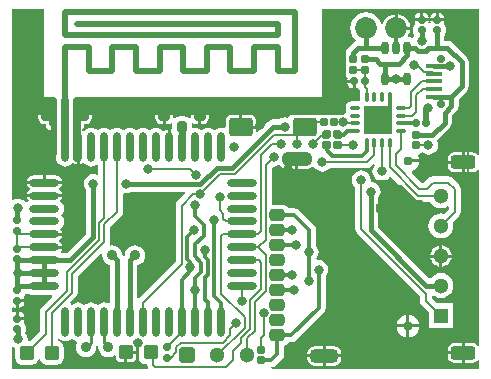
<source format=gtl>
%FSLAX44Y44*%
%MOMM*%
G71*
G01*
G75*
G04 Layer_Physical_Order=1*
G04 Layer_Color=191*
G04:AMPARAMS|DCode=10|XSize=0.7mm|YSize=2.5mm|CornerRadius=0.175mm|HoleSize=0mm|Usage=FLASHONLY|Rotation=0.000|XOffset=0mm|YOffset=0mm|HoleType=Round|Shape=RoundedRectangle|*
%AMROUNDEDRECTD10*
21,1,0.7000,2.1500,0,0,0.0*
21,1,0.3500,2.5000,0,0,0.0*
1,1,0.3500,0.1750,-1.0750*
1,1,0.3500,-0.1750,-1.0750*
1,1,0.3500,-0.1750,1.0750*
1,1,0.3500,0.1750,1.0750*
%
%ADD10ROUNDEDRECTD10*%
G04:AMPARAMS|DCode=11|XSize=0.67mm|YSize=0.67mm|CornerRadius=0.1508mm|HoleSize=0mm|Usage=FLASHONLY|Rotation=90.000|XOffset=0mm|YOffset=0mm|HoleType=Round|Shape=RoundedRectangle|*
%AMROUNDEDRECTD11*
21,1,0.6700,0.3685,0,0,90.0*
21,1,0.3685,0.6700,0,0,90.0*
1,1,0.3015,0.1843,0.1843*
1,1,0.3015,0.1843,-0.1843*
1,1,0.3015,-0.1843,-0.1843*
1,1,0.3015,-0.1843,0.1843*
%
%ADD11ROUNDEDRECTD11*%
G04:AMPARAMS|DCode=12|XSize=0.67mm|YSize=0.67mm|CornerRadius=0.1508mm|HoleSize=0mm|Usage=FLASHONLY|Rotation=180.000|XOffset=0mm|YOffset=0mm|HoleType=Round|Shape=RoundedRectangle|*
%AMROUNDEDRECTD12*
21,1,0.6700,0.3685,0,0,180.0*
21,1,0.3685,0.6700,0,0,180.0*
1,1,0.3015,-0.1843,0.1843*
1,1,0.3015,0.1843,0.1843*
1,1,0.3015,0.1843,-0.1843*
1,1,0.3015,-0.1843,-0.1843*
%
%ADD12ROUNDEDRECTD12*%
G04:AMPARAMS|DCode=13|XSize=0.62mm|YSize=0.62mm|CornerRadius=0.1488mm|HoleSize=0mm|Usage=FLASHONLY|Rotation=270.000|XOffset=0mm|YOffset=0mm|HoleType=Round|Shape=RoundedRectangle|*
%AMROUNDEDRECTD13*
21,1,0.6200,0.3224,0,0,270.0*
21,1,0.3224,0.6200,0,0,270.0*
1,1,0.2976,-0.1612,-0.1612*
1,1,0.2976,-0.1612,0.1612*
1,1,0.2976,0.1612,0.1612*
1,1,0.2976,0.1612,-0.1612*
%
%ADD13ROUNDEDRECTD13*%
%ADD14R,1.4000X0.4000*%
%ADD15R,1.9000X1.8000*%
G04:AMPARAMS|DCode=16|XSize=2.35mm|YSize=1.15mm|CornerRadius=0.3852mm|HoleSize=0mm|Usage=FLASHONLY|Rotation=180.000|XOffset=0mm|YOffset=0mm|HoleType=Round|Shape=RoundedRectangle|*
%AMROUNDEDRECTD16*
21,1,2.3500,0.3795,0,0,180.0*
21,1,1.5795,1.1500,0,0,180.0*
1,1,0.7705,-0.7897,0.1898*
1,1,0.7705,0.7897,0.1898*
1,1,0.7705,0.7897,-0.1898*
1,1,0.7705,-0.7897,-0.1898*
%
%ADD16ROUNDEDRECTD16*%
G04:AMPARAMS|DCode=17|XSize=1.3mm|YSize=1mm|CornerRadius=0.25mm|HoleSize=0mm|Usage=FLASHONLY|Rotation=180.000|XOffset=0mm|YOffset=0mm|HoleType=Round|Shape=RoundedRectangle|*
%AMROUNDEDRECTD17*
21,1,1.3000,0.5000,0,0,180.0*
21,1,0.8000,1.0000,0,0,180.0*
1,1,0.5000,-0.4000,0.2500*
1,1,0.5000,0.4000,0.2500*
1,1,0.5000,0.4000,-0.2500*
1,1,0.5000,-0.4000,-0.2500*
%
%ADD17ROUNDEDRECTD17*%
G04:AMPARAMS|DCode=18|XSize=2.5mm|YSize=1.15mm|CornerRadius=0.3852mm|HoleSize=0mm|Usage=FLASHONLY|Rotation=180.000|XOffset=0mm|YOffset=0mm|HoleType=Round|Shape=RoundedRectangle|*
%AMROUNDEDRECTD18*
21,1,2.5000,0.3795,0,0,180.0*
21,1,1.7295,1.1500,0,0,180.0*
1,1,0.7705,-0.8648,0.1898*
1,1,0.7705,0.8648,0.1898*
1,1,0.7705,0.8648,-0.1898*
1,1,0.7705,-0.8648,-0.1898*
%
%ADD18ROUNDEDRECTD18*%
G04:AMPARAMS|DCode=19|XSize=1.1mm|YSize=0.6mm|CornerRadius=0.201mm|HoleSize=0mm|Usage=FLASHONLY|Rotation=270.000|XOffset=0mm|YOffset=0mm|HoleType=Round|Shape=RoundedRectangle|*
%AMROUNDEDRECTD19*
21,1,1.1000,0.1980,0,0,270.0*
21,1,0.6980,0.6000,0,0,270.0*
1,1,0.4020,-0.0990,-0.3490*
1,1,0.4020,-0.0990,0.3490*
1,1,0.4020,0.0990,0.3490*
1,1,0.4020,0.0990,-0.3490*
%
%ADD19ROUNDEDRECTD19*%
G04:AMPARAMS|DCode=20|XSize=0.62mm|YSize=0.62mm|CornerRadius=0.1488mm|HoleSize=0mm|Usage=FLASHONLY|Rotation=180.000|XOffset=0mm|YOffset=0mm|HoleType=Round|Shape=RoundedRectangle|*
%AMROUNDEDRECTD20*
21,1,0.6200,0.3224,0,0,180.0*
21,1,0.3224,0.6200,0,0,180.0*
1,1,0.2976,-0.1612,0.1612*
1,1,0.2976,0.1612,0.1612*
1,1,0.2976,0.1612,-0.1612*
1,1,0.2976,-0.1612,-0.1612*
%
%ADD20ROUNDEDRECTD20*%
G04:AMPARAMS|DCode=21|XSize=1mm|YSize=2mm|CornerRadius=0.25mm|HoleSize=0mm|Usage=FLASHONLY|Rotation=0.000|XOffset=0mm|YOffset=0mm|HoleType=Round|Shape=RoundedRectangle|*
%AMROUNDEDRECTD21*
21,1,1.0000,1.5000,0,0,0.0*
21,1,0.5000,2.0000,0,0,0.0*
1,1,0.5000,0.2500,-0.7500*
1,1,0.5000,-0.2500,-0.7500*
1,1,0.5000,-0.2500,0.7500*
1,1,0.5000,0.2500,0.7500*
%
%ADD21ROUNDEDRECTD21*%
G04:AMPARAMS|DCode=22|XSize=0.7mm|YSize=1mm|CornerRadius=0.175mm|HoleSize=0mm|Usage=FLASHONLY|Rotation=180.000|XOffset=0mm|YOffset=0mm|HoleType=Round|Shape=RoundedRectangle|*
%AMROUNDEDRECTD22*
21,1,0.7000,0.6500,0,0,180.0*
21,1,0.3500,1.0000,0,0,180.0*
1,1,0.3500,-0.1750,0.3250*
1,1,0.3500,0.1750,0.3250*
1,1,0.3500,0.1750,-0.3250*
1,1,0.3500,-0.1750,-0.3250*
%
%ADD22ROUNDEDRECTD22*%
G04:AMPARAMS|DCode=23|XSize=0.8mm|YSize=1mm|CornerRadius=0.2mm|HoleSize=0mm|Usage=FLASHONLY|Rotation=180.000|XOffset=0mm|YOffset=0mm|HoleType=Round|Shape=RoundedRectangle|*
%AMROUNDEDRECTD23*
21,1,0.8000,0.6000,0,0,180.0*
21,1,0.4000,1.0000,0,0,180.0*
1,1,0.4000,-0.2000,0.3000*
1,1,0.4000,0.2000,0.3000*
1,1,0.4000,0.2000,-0.3000*
1,1,0.4000,-0.2000,-0.3000*
%
%ADD23ROUNDEDRECTD23*%
%ADD24O,0.7000X2.5000*%
%ADD25O,2.5000X0.7000*%
G04:AMPARAMS|DCode=26|XSize=1.2mm|YSize=1.2mm|CornerRadius=0.198mm|HoleSize=0mm|Usage=FLASHONLY|Rotation=180.000|XOffset=0mm|YOffset=0mm|HoleType=Round|Shape=RoundedRectangle|*
%AMROUNDEDRECTD26*
21,1,1.2000,0.8040,0,0,180.0*
21,1,0.8040,1.2000,0,0,180.0*
1,1,0.3960,-0.4020,0.4020*
1,1,0.3960,0.4020,0.4020*
1,1,0.3960,0.4020,-0.4020*
1,1,0.3960,-0.4020,-0.4020*
%
%ADD26ROUNDEDRECTD26*%
G04:AMPARAMS|DCode=27|XSize=1.6mm|YSize=2mm|CornerRadius=0.248mm|HoleSize=0mm|Usage=FLASHONLY|Rotation=90.000|XOffset=0mm|YOffset=0mm|HoleType=Round|Shape=RoundedRectangle|*
%AMROUNDEDRECTD27*
21,1,1.6000,1.5040,0,0,90.0*
21,1,1.1040,2.0000,0,0,90.0*
1,1,0.4960,0.7520,0.5520*
1,1,0.4960,0.7520,-0.5520*
1,1,0.4960,-0.7520,-0.5520*
1,1,0.4960,-0.7520,0.5520*
%
%ADD27ROUNDEDRECTD27*%
%ADD28O,0.3000X0.9000*%
%ADD29O,0.9000X0.3000*%
%ADD30R,2.4000X2.4000*%
%ADD31C,0.5000*%
%ADD32C,0.3000*%
%ADD33C,0.2000*%
%ADD34C,0.4000*%
%ADD35C,0.7000*%
%ADD36C,0.3500*%
%ADD37C,0.6000*%
%ADD38C,0.2500*%
%ADD39C,0.7000*%
G04:AMPARAMS|DCode=40|XSize=1.15mm|YSize=2.1mm|CornerRadius=0.2875mm|HoleSize=0mm|Usage=FLASHONLY|Rotation=90.000|XOffset=0mm|YOffset=0mm|HoleType=Round|Shape=RoundedRectangle|*
%AMROUNDEDRECTD40*
21,1,1.1500,1.5250,0,0,90.0*
21,1,0.5750,2.1000,0,0,90.0*
1,1,0.5750,0.7625,0.2875*
1,1,0.5750,0.7625,-0.2875*
1,1,0.5750,-0.7625,-0.2875*
1,1,0.5750,-0.7625,0.2875*
%
%ADD40ROUNDEDRECTD40*%
%ADD41C,1.8500*%
%ADD42C,0.9000*%
%ADD43C,1.3000*%
%ADD44R,1.3000X1.3000*%
G04:AMPARAMS|DCode=45|XSize=0.7mm|YSize=0.7mm|CornerRadius=0.175mm|HoleSize=0mm|Usage=FLASHONLY|Rotation=270.000|XOffset=0mm|YOffset=0mm|HoleType=Round|Shape=RoundedRectangle|*
%AMROUNDEDRECTD45*
21,1,0.7000,0.3500,0,0,270.0*
21,1,0.3500,0.7000,0,0,270.0*
1,1,0.3500,-0.1750,-0.1750*
1,1,0.3500,-0.1750,0.1750*
1,1,0.3500,0.1750,0.1750*
1,1,0.3500,0.1750,-0.1750*
%
%ADD45ROUNDEDRECTD45*%
G04:AMPARAMS|DCode=46|XSize=1.3mm|YSize=1.3mm|CornerRadius=0.1625mm|HoleSize=0mm|Usage=FLASHONLY|Rotation=180.000|XOffset=0mm|YOffset=0mm|HoleType=Round|Shape=RoundedRectangle|*
%AMROUNDEDRECTD46*
21,1,1.3000,0.9750,0,0,180.0*
21,1,0.9750,1.3000,0,0,180.0*
1,1,0.3250,-0.4875,0.4875*
1,1,0.3250,0.4875,0.4875*
1,1,0.3250,0.4875,-0.4875*
1,1,0.3250,-0.4875,-0.4875*
%
%ADD46ROUNDEDRECTD46*%
%ADD47C,0.8000*%
G36*
X30250Y234889D02*
X28284Y234498D01*
X26616Y233384D01*
X25502Y231716D01*
X25111Y229750D01*
Y223520D01*
X32750D01*
Y220980D01*
X25111D01*
Y214750D01*
X25502Y212783D01*
X26616Y211116D01*
X28284Y210002D01*
X30250Y209611D01*
X31626D01*
Y209000D01*
X31959Y207326D01*
X32907Y205907D01*
X34326Y204959D01*
X36000Y204626D01*
X36480D01*
Y219750D01*
X39020D01*
Y204626D01*
X39500D01*
X40185Y203467D01*
Y199250D01*
X40185Y199250D01*
Y181250D01*
X40443Y179292D01*
X41199Y177468D01*
X42401Y175901D01*
X43968Y174699D01*
X45792Y173943D01*
X47750Y173685D01*
X49708Y173943D01*
X51532Y174699D01*
X53099Y175901D01*
X53875Y176912D01*
X54395Y176895D01*
X56393Y175560D01*
X57480Y175344D01*
Y190250D01*
X60020D01*
Y175344D01*
X61107Y175560D01*
X63105Y176895D01*
X63625Y176912D01*
X64401Y175901D01*
X65968Y174699D01*
X67792Y173943D01*
X69750Y173685D01*
X71708Y173943D01*
X73532Y174699D01*
X74282Y175273D01*
X74402Y175341D01*
X75652Y174724D01*
Y167436D01*
X74596Y166730D01*
X73838Y167044D01*
X71750Y167319D01*
X69662Y167044D01*
X67716Y166238D01*
X66044Y164956D01*
X64762Y163284D01*
X63956Y161338D01*
X63681Y159250D01*
X63956Y157162D01*
X64762Y155216D01*
X65633Y154081D01*
Y116338D01*
X49662Y100367D01*
X44779D01*
X44100Y101637D01*
X44939Y102893D01*
X45156Y103980D01*
X30250D01*
Y106520D01*
X45156D01*
X44939Y107607D01*
X43605Y109605D01*
X42841Y110115D01*
Y111385D01*
X43605Y111895D01*
X44939Y113893D01*
X45156Y114980D01*
X30250D01*
Y117520D01*
X45156D01*
X44939Y118607D01*
X43605Y120604D01*
X43587Y121125D01*
X44599Y121901D01*
X45801Y123468D01*
X46557Y125292D01*
X46815Y127250D01*
X46557Y129208D01*
X45801Y131032D01*
X45226Y131781D01*
X44684Y132750D01*
X45226Y133718D01*
X45801Y134467D01*
X46557Y136292D01*
X46815Y138250D01*
X46557Y140208D01*
X45801Y142032D01*
X44599Y143599D01*
X43587Y144375D01*
X43605Y144895D01*
X44939Y146893D01*
X45156Y147980D01*
X15344D01*
X15560Y146893D01*
X16895Y144895D01*
X16912Y144375D01*
X15901Y143599D01*
X15711Y143352D01*
X14111D01*
X13456Y144206D01*
X11784Y145488D01*
X9838Y146294D01*
X7750Y146569D01*
X5662Y146294D01*
X3819Y145531D01*
X2893Y145859D01*
X2549Y146029D01*
Y307451D01*
X30250D01*
Y234889D01*
D02*
G37*
G36*
X398451Y183638D02*
X397181Y183253D01*
X396529Y184229D01*
X394738Y185426D01*
X392625Y185846D01*
X386270D01*
Y177450D01*
Y169054D01*
X392625D01*
X394738Y169474D01*
X396529Y170671D01*
X397181Y171647D01*
X398451Y171262D01*
Y22239D01*
X397181Y21853D01*
X396529Y22829D01*
X394738Y24026D01*
X392625Y24446D01*
X386270D01*
Y16050D01*
Y7654D01*
X392625D01*
X394738Y8074D01*
X396529Y9271D01*
X397181Y10247D01*
X398451Y9862D01*
Y2549D01*
X222635D01*
X222510Y3819D01*
X224343Y4184D01*
X226245Y5454D01*
X231646Y10855D01*
X232916Y12757D01*
X233363Y15000D01*
Y22086D01*
X234778Y22672D01*
X236136Y23714D01*
X237113Y24987D01*
X239350D01*
X241593Y25434D01*
X243496Y26704D01*
X266646Y49854D01*
X267916Y51757D01*
X267990Y52129D01*
X268363Y54000D01*
X268363Y54000D01*
Y80999D01*
X269488Y82465D01*
X270294Y84412D01*
X270569Y86500D01*
X270294Y88588D01*
X269488Y90534D01*
X268206Y92206D01*
X266535Y93488D01*
X264588Y94294D01*
X262500Y94569D01*
X261633Y94455D01*
X260363Y95569D01*
Y96075D01*
X261238Y97215D01*
X262044Y99162D01*
X262319Y101250D01*
X262044Y103338D01*
X261238Y105285D01*
X260363Y106425D01*
Y119750D01*
X259916Y121994D01*
X258645Y123896D01*
X258645Y123896D01*
X245945Y136595D01*
X244044Y137866D01*
X241800Y138313D01*
X237113D01*
X236136Y139586D01*
X234778Y140628D01*
X233197Y141283D01*
X231500Y141506D01*
X223500D01*
X222848Y142078D01*
Y172797D01*
X223873Y173731D01*
X224250Y173681D01*
X226338Y173956D01*
X228284Y174762D01*
X228635Y175031D01*
X229888Y174824D01*
X230744Y173544D01*
X232858Y172131D01*
X235352Y171635D01*
X242730D01*
Y180050D01*
X245270D01*
Y171635D01*
X252647D01*
X255142Y172131D01*
X257138Y173465D01*
X257501Y173522D01*
X258629Y173313D01*
X259794Y171794D01*
X261465Y170512D01*
X263412Y169706D01*
X265500Y169431D01*
X267588Y169706D01*
X269534Y170512D01*
X271206Y171794D01*
X271634Y172352D01*
X303450D01*
X305401Y172740D01*
X307055Y173845D01*
X308787Y175577D01*
X309744Y174738D01*
X309012Y173785D01*
X308206Y171838D01*
X307931Y169750D01*
X308206Y167662D01*
X309012Y165716D01*
X310294Y164044D01*
X311966Y162762D01*
X313912Y161956D01*
X316000Y161681D01*
X318088Y161956D01*
X320034Y162762D01*
X321706Y164044D01*
X322331Y164859D01*
X323598Y164942D01*
X343145Y145395D01*
X344799Y144290D01*
X346750Y143902D01*
X356747D01*
X356828Y143705D01*
X358511Y141511D01*
X360705Y139828D01*
X363259Y138770D01*
X366000Y138409D01*
X368741Y138770D01*
X371295Y139828D01*
X371513Y139995D01*
X372652Y139434D01*
Y137362D01*
X368938Y133648D01*
X368741Y133730D01*
X366000Y134091D01*
X363259Y133730D01*
X360705Y132672D01*
X358511Y130989D01*
X356828Y128795D01*
X355770Y126241D01*
X355409Y123500D01*
X355770Y120759D01*
X356828Y118205D01*
X358511Y116011D01*
X360705Y114328D01*
X363259Y113270D01*
X366000Y112909D01*
X368741Y113270D01*
X371295Y114328D01*
X373489Y116011D01*
X375172Y118205D01*
X376230Y120759D01*
X376591Y123500D01*
X376230Y126241D01*
X376148Y126438D01*
X381355Y131645D01*
X382460Y133299D01*
X382524Y133623D01*
X382848Y135250D01*
Y154750D01*
X382460Y156701D01*
X381355Y158355D01*
X375855Y163855D01*
X374201Y164960D01*
X372250Y165348D01*
X359000D01*
X357049Y164960D01*
X355395Y163855D01*
X351638Y160098D01*
X349612D01*
X341260Y168450D01*
X341558Y169948D01*
X342811Y170467D01*
X344804Y171996D01*
X346333Y173989D01*
X347295Y176310D01*
X347455Y177530D01*
X338000D01*
Y180070D01*
X347455D01*
X347295Y181290D01*
X346536Y183122D01*
X346544Y183313D01*
X347014Y184296D01*
X347236Y184520D01*
X348741Y184820D01*
X350147Y185759D01*
X351315Y184862D01*
X353262Y184056D01*
X355350Y183781D01*
X357438Y184056D01*
X359384Y184862D01*
X361056Y186144D01*
X362338Y187815D01*
X363144Y189762D01*
X363419Y191850D01*
X363144Y193938D01*
X362338Y195884D01*
X362341Y195900D01*
X362976Y196324D01*
X373326Y206674D01*
X374652Y208659D01*
X375117Y211000D01*
Y216466D01*
X379076Y220424D01*
X380402Y222409D01*
X380868Y224750D01*
Y230466D01*
X387926Y237524D01*
X389252Y239509D01*
X389717Y241850D01*
Y261900D01*
X389252Y264241D01*
X387926Y266226D01*
X375826Y278326D01*
X373841Y279652D01*
X371500Y280117D01*
X368867D01*
Y284503D01*
X369532Y285497D01*
X369958Y287638D01*
Y290862D01*
X369532Y293003D01*
X368319Y294818D01*
X368188Y294905D01*
X368156Y295066D01*
X368469Y296638D01*
Y296980D01*
X357031D01*
Y296638D01*
X357259Y295490D01*
X357054Y295225D01*
X355446D01*
X355241Y295490D01*
X355469Y296638D01*
Y296980D01*
X344031D01*
Y296638D01*
X344344Y295066D01*
X344312Y294905D01*
X344181Y294818D01*
X342968Y293003D01*
X342542Y290862D01*
Y287638D01*
X342968Y285497D01*
X343484Y284725D01*
X342762Y283785D01*
X342522Y283205D01*
X341307Y282836D01*
X340835Y283151D01*
X338713Y283573D01*
X337988Y284714D01*
X338248Y285054D01*
X339436Y287922D01*
X339674Y289730D01*
X327950D01*
Y291000D01*
X326680D01*
Y302724D01*
X324872Y302486D01*
X322004Y301299D01*
X319541Y299409D01*
X317652Y296946D01*
X316702Y294653D01*
X316165Y294569D01*
X315353Y294715D01*
X314124Y297682D01*
X312000Y300450D01*
X309232Y302574D01*
X306009Y303909D01*
X302550Y304364D01*
X299091Y303909D01*
X295868Y302574D01*
X293100Y300450D01*
X290976Y297682D01*
X289641Y294459D01*
X289186Y291000D01*
X289641Y287541D01*
X290976Y284318D01*
X293100Y281550D01*
X293856Y280970D01*
X293568Y279733D01*
X293159Y279652D01*
X291174Y278326D01*
X287324Y274476D01*
X285998Y272491D01*
X285532Y270150D01*
Y269808D01*
X284620Y268441D01*
X284192Y266292D01*
Y262607D01*
X284620Y260459D01*
X284893Y260050D01*
X284620Y259641D01*
X284192Y257493D01*
Y253808D01*
X284620Y251659D01*
X285837Y249837D01*
X286975Y249076D01*
X286994Y248984D01*
X286681Y247412D01*
Y247070D01*
X292400D01*
Y245800D01*
X293670D01*
Y240081D01*
X294012D01*
X295584Y240394D01*
X295744Y240362D01*
X295831Y240231D01*
X296631Y239697D01*
X296690Y239399D01*
X297752Y237810D01*
X297392Y236000D01*
Y230000D01*
X297453Y229695D01*
X296555Y228797D01*
X296250Y228858D01*
X290250D01*
X288104Y228431D01*
X286285Y227215D01*
X285069Y225396D01*
X284642Y223250D01*
X285069Y221104D01*
X285738Y220102D01*
X285149Y219029D01*
X285111Y219044D01*
X283023Y219319D01*
X280934Y219044D01*
X279188Y218321D01*
X277243Y218708D01*
X273557D01*
X271409Y218280D01*
X271000Y218008D01*
X270591Y218280D01*
X268442Y218708D01*
X264757D01*
X262609Y218280D01*
X262023Y217889D01*
X260548Y218874D01*
X258020Y219377D01*
X242980D01*
X240452Y218874D01*
X238308Y217442D01*
X236876Y215298D01*
X236528Y215112D01*
X236088Y215294D01*
X234000Y215569D01*
X231912Y215294D01*
X229965Y214488D01*
X228831Y213617D01*
X223750D01*
X221409Y213152D01*
X219424Y211826D01*
X210408Y202810D01*
X209138Y203336D01*
Y205980D01*
X196500D01*
Y207250D01*
X195230D01*
Y217888D01*
X188980D01*
X187021Y217499D01*
X185361Y216389D01*
X184251Y214729D01*
X183862Y212770D01*
Y207039D01*
X182592Y206191D01*
X181708Y206557D01*
X179750Y206815D01*
X177792Y206557D01*
X175968Y205801D01*
X174401Y204599D01*
X174099D01*
X172532Y205801D01*
X170708Y206557D01*
X168750Y206815D01*
X166792Y206557D01*
X164968Y205801D01*
X163401Y204599D01*
X163099D01*
X161532Y205801D01*
X159708Y206557D01*
X157750Y206815D01*
X156138Y206602D01*
X154867Y207378D01*
Y210125D01*
X155201Y210413D01*
X156047Y210828D01*
X157283Y210002D01*
X159250Y209611D01*
X160480D01*
Y220980D01*
X154111D01*
Y215295D01*
X153684Y214998D01*
X152851Y214726D01*
X151091Y215902D01*
X148750Y216367D01*
X144750D01*
X142409Y215902D01*
X140649Y214726D01*
X139816Y214998D01*
X139389Y215295D01*
Y220980D01*
X133020D01*
Y209611D01*
X134250D01*
X136216Y210002D01*
X137453Y210828D01*
X138299Y210413D01*
X138632Y210125D01*
Y205999D01*
X137362Y205088D01*
X137020Y205156D01*
Y190250D01*
X134480D01*
Y205156D01*
X133393Y204939D01*
X131395Y203605D01*
X130875Y203587D01*
X130099Y204599D01*
X128532Y205801D01*
X126708Y206557D01*
X124750Y206815D01*
X122792Y206557D01*
X120968Y205801D01*
X119401Y204599D01*
X119099D01*
X117532Y205801D01*
X115708Y206557D01*
X113750Y206815D01*
X111792Y206557D01*
X109968Y205801D01*
X108401Y204599D01*
X108099D01*
X106532Y205801D01*
X104708Y206557D01*
X102750Y206815D01*
X100792Y206557D01*
X98968Y205801D01*
X97401Y204599D01*
X97099D01*
X95532Y205801D01*
X93708Y206557D01*
X91750Y206815D01*
X89792Y206557D01*
X87968Y205801D01*
X87219Y205226D01*
X86099Y204599D01*
X84532Y205801D01*
X82708Y206557D01*
X80750Y206815D01*
X78792Y206557D01*
X76968Y205801D01*
X75401Y204599D01*
X74282Y205226D01*
X73532Y205801D01*
X71708Y206557D01*
X69750Y206815D01*
X67792Y206557D01*
X65968Y205801D01*
X64401Y204599D01*
X63625Y203587D01*
X63105Y203605D01*
X62269Y204163D01*
Y205690D01*
X62593Y205907D01*
X63541Y207326D01*
X63874Y209000D01*
Y209611D01*
X65250D01*
X67217Y210002D01*
X68884Y211116D01*
X69998Y212783D01*
X70389Y214750D01*
Y220980D01*
X62750D01*
Y223520D01*
X70389D01*
Y229750D01*
X70144Y230980D01*
X71052Y232250D01*
X123448D01*
X124356Y230980D01*
X124111Y229750D01*
Y223520D01*
X139389D01*
Y229750D01*
X139144Y230980D01*
X140052Y232250D01*
X153448Y232250D01*
X154356Y230980D01*
X154111Y229750D01*
Y223520D01*
X169389D01*
Y229750D01*
X169144Y230980D01*
X170052Y232250D01*
X265250D01*
Y307451D01*
X398451D01*
Y183638D01*
D02*
G37*
G36*
X150000Y151459D02*
X142895Y144355D01*
X141790Y142701D01*
X141402Y140750D01*
Y93362D01*
X110145Y62105D01*
X110138Y62093D01*
X108868Y62478D01*
Y90204D01*
X108969Y90218D01*
X111037Y91074D01*
X112812Y92437D01*
X114175Y94212D01*
X115031Y96280D01*
X115323Y98499D01*
X115031Y100718D01*
X114175Y102785D01*
X112812Y104561D01*
X111037Y105924D01*
X108969Y106780D01*
X106750Y107072D01*
X104531Y106780D01*
X102463Y105924D01*
X100688Y104561D01*
X99325Y102785D01*
X98469Y100718D01*
X98214Y98781D01*
X97250Y98285D01*
X96286Y98781D01*
X96031Y100718D01*
X95175Y102785D01*
X93812Y104561D01*
X92037Y105924D01*
X89969Y106780D01*
X87750Y107072D01*
X86142Y106860D01*
X85406Y108045D01*
X85460Y108125D01*
X85848Y110076D01*
Y122595D01*
X95355Y132101D01*
X96460Y133755D01*
X96848Y135706D01*
Y150427D01*
X98118Y151363D01*
X99500Y151181D01*
X101588Y151456D01*
X103534Y152262D01*
X104017Y152633D01*
X149514D01*
X150000Y151459D01*
D02*
G37*
G36*
X79328Y99649D02*
X79177Y98499D01*
X79469Y96280D01*
X80325Y94212D01*
X81688Y92437D01*
X83463Y91074D01*
X85531Y90218D01*
X85632Y90204D01*
Y58360D01*
X84362Y57871D01*
X82708Y58557D01*
X80750Y58815D01*
X78792Y58557D01*
X76968Y57801D01*
X75401Y56599D01*
X74282Y57226D01*
X73532Y57801D01*
X71708Y58557D01*
X69750Y58815D01*
X67792Y58557D01*
X65968Y57801D01*
X65219Y57226D01*
X64099Y56599D01*
X62532Y57801D01*
X60708Y58557D01*
X58750Y58815D01*
X56792Y58557D01*
X54968Y57801D01*
X53456Y56641D01*
X52391Y57196D01*
X52276Y58817D01*
X56867Y63407D01*
X57972Y65061D01*
X58360Y67012D01*
Y80476D01*
X78125Y100242D01*
X79328Y99649D01*
D02*
G37*
G36*
X17468Y65699D02*
X19292Y64943D01*
X21250Y64685D01*
X36409D01*
X36895Y63512D01*
X27895Y54512D01*
X26790Y52858D01*
X26402Y50907D01*
Y34362D01*
X18158Y26117D01*
X16784D01*
X15947Y27072D01*
X16069Y28000D01*
X15794Y30088D01*
X14988Y32034D01*
X14195Y33068D01*
X14457Y34388D01*
Y37612D01*
X14032Y39753D01*
X12819Y41569D01*
X12688Y41656D01*
X12656Y41816D01*
X12969Y43388D01*
Y43730D01*
X7250D01*
Y45000D01*
X5980D01*
Y50719D01*
X5638D01*
X4066Y50406D01*
X3819Y50241D01*
X2549Y50920D01*
Y54045D01*
X3819Y54724D01*
X4013Y54594D01*
X5585Y54281D01*
X5927D01*
Y60000D01*
X7197D01*
Y61270D01*
X12916D01*
Y61612D01*
X12603Y63184D01*
X12635Y63344D01*
X12766Y63431D01*
X13979Y65247D01*
X14155Y66132D01*
X16902D01*
X17468Y65699D01*
D02*
G37*
G36*
X109968Y26699D02*
X111486Y26070D01*
X111762Y25279D01*
X111800Y25112D01*
X111805Y24660D01*
X110597Y22853D01*
X110133Y20520D01*
Y12480D01*
X110597Y10147D01*
X111919Y8169D01*
X113897Y6847D01*
X116230Y6383D01*
X117152D01*
Y5737D01*
X117534Y3819D01*
X117572Y3590D01*
X116840Y2549D01*
X2549D01*
Y20663D01*
X3688Y21225D01*
X3965Y21012D01*
X5457Y20394D01*
X5383Y20020D01*
Y11980D01*
X5847Y9647D01*
X7169Y7669D01*
X9147Y6347D01*
X11480Y5883D01*
X19520D01*
X21853Y6347D01*
X23831Y7669D01*
X25153Y9647D01*
X25353Y10650D01*
X26647D01*
X26847Y9647D01*
X28169Y7669D01*
X30147Y6347D01*
X32480Y5883D01*
X40520D01*
X42853Y6347D01*
X44831Y7669D01*
X46153Y9647D01*
X46617Y11980D01*
Y20020D01*
X46153Y22353D01*
X44831Y24331D01*
X42853Y25653D01*
X41348Y25952D01*
Y27378D01*
X42618Y27734D01*
X43968Y26699D01*
X45792Y25943D01*
X47750Y25685D01*
X49708Y25943D01*
X51532Y26699D01*
X52281Y27273D01*
X53401Y27901D01*
X54968Y26699D01*
X56792Y25943D01*
X57040Y25910D01*
X57764Y24534D01*
X57219Y23219D01*
X56927Y21000D01*
X57219Y18781D01*
X58075Y16713D01*
X59438Y14938D01*
X61213Y13575D01*
X63281Y12719D01*
X65500Y12427D01*
X67719Y12719D01*
X69787Y13575D01*
X71562Y14938D01*
X72925Y16713D01*
X73781Y18781D01*
X74073Y21000D01*
X74024Y21374D01*
X74100Y21449D01*
X75642Y21701D01*
X75819Y21571D01*
X75975Y21368D01*
X75927Y21000D01*
X76219Y18781D01*
X77075Y16713D01*
X78438Y14938D01*
X80213Y13575D01*
X82281Y12719D01*
X84500Y12427D01*
X86719Y12719D01*
X88787Y13575D01*
X89352Y14009D01*
X90622Y13382D01*
Y12480D01*
X90972Y10716D01*
X91971Y9221D01*
X93466Y8222D01*
X95230Y7872D01*
X97980D01*
Y16500D01*
X99250D01*
Y17770D01*
X107879D01*
Y20520D01*
X107528Y22284D01*
X106529Y23779D01*
X105046Y24770D01*
X105033Y24856D01*
X105025Y26074D01*
X106532Y26699D01*
X107281Y27273D01*
X108401Y27901D01*
X109968Y26699D01*
D02*
G37*
%LPC*%
G36*
X383730Y14780D02*
X371854D01*
Y13175D01*
X372274Y11062D01*
X373471Y9271D01*
X375262Y8074D01*
X377375Y7654D01*
X383730D01*
Y14780D01*
D02*
G37*
G36*
X8862Y50719D02*
X8520D01*
Y46270D01*
X12969D01*
Y46612D01*
X12656Y48184D01*
X11766Y49516D01*
X10434Y50406D01*
X8862Y50719D01*
D02*
G37*
G36*
X339270Y48255D02*
Y40070D01*
X347455D01*
X347295Y41290D01*
X346333Y43611D01*
X344804Y45604D01*
X342811Y47133D01*
X340490Y48094D01*
X339270Y48255D01*
D02*
G37*
G36*
X281615Y12180D02*
X268470D01*
Y5035D01*
X275098D01*
X277592Y5531D01*
X279706Y6944D01*
X281119Y9058D01*
X281615Y11552D01*
Y12180D01*
D02*
G37*
G36*
X298500Y170569D02*
X296412Y170294D01*
X294466Y169488D01*
X292794Y168206D01*
X291512Y166535D01*
X290706Y164588D01*
X290431Y162500D01*
X290706Y160412D01*
X291512Y158465D01*
X292794Y156794D01*
X293402Y156328D01*
Y121000D01*
X293790Y119049D01*
X294895Y117395D01*
X348277Y64013D01*
Y60125D01*
X348665Y58174D01*
X349770Y56520D01*
X355500Y50790D01*
Y37000D01*
X376500D01*
Y58000D01*
X362710D01*
X358473Y62237D01*
Y63940D01*
X359743Y64566D01*
X360705Y63828D01*
X363259Y62770D01*
X366000Y62409D01*
X368741Y62770D01*
X371295Y63828D01*
X373489Y65511D01*
X375172Y67705D01*
X376230Y70259D01*
X376591Y73000D01*
X376230Y75741D01*
X375172Y78295D01*
X373489Y80489D01*
X371295Y82172D01*
X368741Y83230D01*
X366000Y83591D01*
X363259Y83230D01*
X360705Y82172D01*
X358511Y80489D01*
X357459Y79117D01*
X356105D01*
X312868Y122355D01*
Y147331D01*
X313738Y148465D01*
X314544Y150412D01*
X314819Y152500D01*
X314544Y154588D01*
X313738Y156535D01*
X312456Y158206D01*
X310784Y159488D01*
X308838Y160294D01*
X307445Y160478D01*
X306465Y161707D01*
X306569Y162500D01*
X306294Y164588D01*
X305488Y166535D01*
X304206Y168206D01*
X302535Y169488D01*
X300588Y170294D01*
X298500Y170569D01*
D02*
G37*
G36*
X265930Y12180D02*
X252785D01*
Y11552D01*
X253281Y9058D01*
X254694Y6944D01*
X256808Y5531D01*
X259303Y5035D01*
X265930D01*
Y12180D01*
D02*
G37*
G36*
X12916Y58730D02*
X8467D01*
Y54281D01*
X8809D01*
X10381Y54594D01*
X11713Y55484D01*
X12603Y56816D01*
X12916Y58388D01*
Y58730D01*
D02*
G37*
G36*
X336730Y37530D02*
X328545D01*
X328706Y36310D01*
X329667Y33989D01*
X331196Y31996D01*
X333189Y30467D01*
X335510Y29506D01*
X336730Y29345D01*
Y37530D01*
D02*
G37*
G36*
X383730Y24446D02*
X377375D01*
X375262Y24026D01*
X373471Y22829D01*
X372274Y21038D01*
X371854Y18925D01*
Y17320D01*
X383730D01*
Y24446D01*
D02*
G37*
G36*
X275098Y21865D02*
X268470D01*
Y14720D01*
X281615D01*
Y15347D01*
X281119Y17842D01*
X279706Y19956D01*
X277592Y21369D01*
X275098Y21865D01*
D02*
G37*
G36*
X107879Y15230D02*
X100520D01*
Y7872D01*
X103270D01*
X105034Y8222D01*
X106529Y9221D01*
X107528Y10716D01*
X107879Y12480D01*
Y15230D01*
D02*
G37*
G36*
X265930Y21865D02*
X259303D01*
X256808Y21369D01*
X254694Y19956D01*
X253281Y17842D01*
X252785Y15347D01*
Y14720D01*
X265930D01*
Y21865D01*
D02*
G37*
G36*
X336730Y48255D02*
X335510Y48094D01*
X333189Y47133D01*
X331196Y45604D01*
X329667Y43611D01*
X328706Y41290D01*
X328545Y40070D01*
X336730D01*
Y48255D01*
D02*
G37*
G36*
X347455Y37530D02*
X339270D01*
Y29345D01*
X340490Y29506D01*
X342811Y30467D01*
X344804Y31996D01*
X346333Y33989D01*
X347295Y36310D01*
X347455Y37530D01*
D02*
G37*
G36*
X364730Y96730D02*
X357049D01*
X357193Y95640D01*
X358104Y93441D01*
X359553Y91553D01*
X361441Y90104D01*
X363640Y89193D01*
X364730Y89049D01*
Y96730D01*
D02*
G37*
G36*
X291130Y244530D02*
X286681D01*
Y244188D01*
X286994Y242616D01*
X287884Y241284D01*
X289216Y240394D01*
X290788Y240081D01*
X291130D01*
Y244530D01*
D02*
G37*
G36*
X329220Y302724D02*
Y292270D01*
X339674D01*
X339436Y294078D01*
X338248Y296946D01*
X336359Y299409D01*
X333896Y301299D01*
X331028Y302486D01*
X329220Y302724D01*
D02*
G37*
G36*
X130480Y220980D02*
X124111D01*
Y214750D01*
X124502Y212784D01*
X125616Y211116D01*
X127283Y210002D01*
X129250Y209611D01*
X130480D01*
Y220980D01*
D02*
G37*
G36*
X169389D02*
X163020D01*
Y209611D01*
X164250D01*
X166217Y210002D01*
X167884Y211116D01*
X168997Y212784D01*
X169389Y214750D01*
Y220980D01*
D02*
G37*
G36*
X361480Y303969D02*
X361138D01*
X359566Y303656D01*
X358234Y302766D01*
X357344Y301433D01*
X357031Y299862D01*
Y299520D01*
X361480D01*
Y303969D01*
D02*
G37*
G36*
X364362D02*
X364020D01*
Y299520D01*
X368469D01*
Y299862D01*
X368156Y301433D01*
X367266Y302766D01*
X365934Y303656D01*
X364362Y303969D01*
D02*
G37*
G36*
X348480D02*
X348138D01*
X346566Y303656D01*
X345234Y302766D01*
X344344Y301433D01*
X344031Y299862D01*
Y299520D01*
X348480D01*
Y303969D01*
D02*
G37*
G36*
X351362D02*
X351020D01*
Y299520D01*
X355469D01*
Y299862D01*
X355156Y301433D01*
X354266Y302766D01*
X352934Y303656D01*
X351362Y303969D01*
D02*
G37*
G36*
X204020Y217888D02*
X197770D01*
Y208520D01*
X209138D01*
Y212770D01*
X208749Y214729D01*
X207639Y216389D01*
X205979Y217499D01*
X204020Y217888D01*
D02*
G37*
G36*
X367270Y106951D02*
Y99270D01*
X374951D01*
X374807Y100360D01*
X373896Y102559D01*
X372447Y104447D01*
X370559Y105896D01*
X368360Y106807D01*
X367270Y106951D01*
D02*
G37*
G36*
X45156Y158980D02*
X15344D01*
X15560Y157893D01*
X16895Y155895D01*
X17659Y155385D01*
Y154115D01*
X16895Y153604D01*
X15560Y151607D01*
X15344Y150520D01*
X45156D01*
X44939Y151607D01*
X43605Y153604D01*
X42841Y154115D01*
Y155385D01*
X43605Y155895D01*
X44939Y157893D01*
X45156Y158980D01*
D02*
G37*
G36*
X374951Y96730D02*
X367270D01*
Y89049D01*
X368360Y89193D01*
X370559Y90104D01*
X372447Y91553D01*
X373896Y93441D01*
X374807Y95640D01*
X374951Y96730D01*
D02*
G37*
G36*
X364730Y106951D02*
X363640Y106807D01*
X361441Y105896D01*
X359553Y104447D01*
X358104Y102559D01*
X357193Y100360D01*
X357049Y99270D01*
X364730D01*
Y106951D01*
D02*
G37*
G36*
X383730Y176180D02*
X371854D01*
Y174575D01*
X372274Y172462D01*
X373471Y170671D01*
X375262Y169474D01*
X377375Y169054D01*
X383730D01*
Y176180D01*
D02*
G37*
G36*
Y185846D02*
X377375D01*
X375262Y185426D01*
X373471Y184229D01*
X372274Y182438D01*
X371854Y180325D01*
Y178720D01*
X383730D01*
Y185846D01*
D02*
G37*
G36*
X28980Y166408D02*
X21250D01*
X18893Y165940D01*
X16895Y164604D01*
X15560Y162607D01*
X15344Y161520D01*
X28980D01*
Y166408D01*
D02*
G37*
G36*
X39250D02*
X31520D01*
Y161520D01*
X45156D01*
X44939Y162607D01*
X43605Y164604D01*
X41607Y165940D01*
X39250Y166408D01*
D02*
G37*
%LPD*%
D10*
X47750Y219750D02*
D03*
X57750D02*
D03*
X37750D02*
D03*
D11*
X278400Y200900D02*
D03*
Y192100D02*
D03*
X301400Y255650D02*
D03*
Y264450D02*
D03*
X291650Y255650D02*
D03*
Y264450D02*
D03*
X268600Y200900D02*
D03*
Y192100D02*
D03*
X344750Y191850D02*
D03*
Y200650D02*
D03*
X214000Y18400D02*
D03*
Y9600D02*
D03*
D12*
X269100Y191600D02*
D03*
X277900D02*
D03*
X266600Y211250D02*
D03*
X275400D02*
D03*
X269100Y201400D02*
D03*
X277900D02*
D03*
D13*
X292400Y245800D02*
D03*
X301400D02*
D03*
X353500Y210250D02*
D03*
X344500D02*
D03*
D14*
X360000Y259000D02*
D03*
Y233000D02*
D03*
Y252500D02*
D03*
Y239500D02*
D03*
Y246000D02*
D03*
D15*
X386500Y286000D02*
D03*
Y206000D02*
D03*
D16*
X267200Y13450D02*
D03*
D17*
X227500Y30850D02*
D03*
Y43550D02*
D03*
Y68950D02*
D03*
Y119750D02*
D03*
Y56250D02*
D03*
Y132450D02*
D03*
Y107050D02*
D03*
Y81650D02*
D03*
Y94350D02*
D03*
D18*
X244000Y180050D02*
D03*
D19*
X337500Y274000D02*
D03*
X328000D02*
D03*
X318500D02*
D03*
Y248000D02*
D03*
X337500D02*
D03*
D20*
X7250Y45000D02*
D03*
Y36000D02*
D03*
X349750Y289250D02*
D03*
Y298250D02*
D03*
X362750Y289250D02*
D03*
Y298250D02*
D03*
X7197Y69000D02*
D03*
Y60000D02*
D03*
X7250Y128250D02*
D03*
Y119250D02*
D03*
X7197Y95250D02*
D03*
Y104250D02*
D03*
X133750Y12000D02*
D03*
Y21000D02*
D03*
D21*
X32750Y222250D02*
D03*
X62750D02*
D03*
X131750Y222250D02*
D03*
X161750D02*
D03*
D22*
X47750Y207250D02*
D03*
D23*
X146750Y207250D02*
D03*
D24*
X179750Y42250D02*
D03*
X168750D02*
D03*
X157750D02*
D03*
X146750D02*
D03*
X135750D02*
D03*
X124750D02*
D03*
X113750D02*
D03*
X102750D02*
D03*
X91750D02*
D03*
X80750D02*
D03*
X69750D02*
D03*
X58750D02*
D03*
X47750D02*
D03*
Y190250D02*
D03*
X58750D02*
D03*
X69750D02*
D03*
X80750D02*
D03*
X91750D02*
D03*
X102750D02*
D03*
X113750D02*
D03*
X124750D02*
D03*
X135750D02*
D03*
X146750D02*
D03*
X157750D02*
D03*
X168750D02*
D03*
X179750D02*
D03*
D25*
X197250Y72250D02*
D03*
Y83250D02*
D03*
Y94250D02*
D03*
Y105250D02*
D03*
Y116250D02*
D03*
Y127250D02*
D03*
Y138250D02*
D03*
Y149250D02*
D03*
Y160250D02*
D03*
X30250D02*
D03*
Y149250D02*
D03*
Y138250D02*
D03*
Y127250D02*
D03*
Y116250D02*
D03*
Y105250D02*
D03*
Y94250D02*
D03*
Y83250D02*
D03*
Y72250D02*
D03*
D26*
X120250Y16500D02*
D03*
X99250D02*
D03*
X15500Y16000D02*
D03*
X36500D02*
D03*
D27*
X250500Y207250D02*
D03*
X196500D02*
D03*
D28*
X303000Y233000D02*
D03*
X309500D02*
D03*
X316000D02*
D03*
X322500D02*
D03*
X303001Y194000D02*
D03*
X309501D02*
D03*
X316000D02*
D03*
X322500D02*
D03*
D29*
X293250Y223250D02*
D03*
Y216750D02*
D03*
Y210250D02*
D03*
Y203750D02*
D03*
X332250Y203750D02*
D03*
Y210250D02*
D03*
Y216750D02*
D03*
Y223250D02*
D03*
D30*
X312750Y213500D02*
D03*
D31*
X353500Y222000D02*
X355000Y223500D01*
X353500Y210250D02*
Y222000D01*
X242950Y166000D02*
X243250D01*
X235700Y173250D02*
X242950Y166000D01*
X235700Y173250D02*
X243250Y180800D01*
X244000Y180050D01*
X36750Y219756D02*
Y225250D01*
X22750Y219712D02*
X36750Y219756D01*
X22750Y219712D02*
Y304750D01*
X27750Y219750D02*
Y304750D01*
X7750Y219750D02*
X27750D01*
X7750D02*
Y304750D01*
X58750Y219795D02*
X87750D01*
X47750D02*
Y274750D01*
X67750D01*
X47750Y304750D02*
X242750D01*
Y254850D02*
Y304750D01*
X227750Y254850D02*
X242750D01*
X67750Y254750D02*
Y274750D01*
Y254750D02*
X87750D01*
Y274750D01*
X107750D01*
Y254850D02*
Y274750D01*
Y254850D02*
X127750D01*
Y274750D01*
X147750D01*
Y254850D02*
Y274750D01*
Y254850D02*
X167750D01*
Y274750D01*
X187750D01*
Y254850D02*
Y274750D01*
Y254850D02*
X207750D01*
Y274750D01*
X227750D01*
Y254850D02*
Y274750D01*
X47750Y284750D02*
Y304750D01*
Y284750D02*
X227750D01*
Y294750D01*
X57750D02*
X227750D01*
X58750Y224772D02*
X267750D01*
X12750Y219750D02*
Y304750D01*
X17750Y219750D02*
Y304750D01*
X22750D01*
X7750D02*
X27750D01*
X272750Y219795D02*
Y304750D01*
X58750Y229750D02*
X267750D01*
Y219795D02*
Y304750D01*
X282750D01*
X277750Y219795D02*
Y304750D01*
X58750Y219795D02*
Y229795D01*
Y219795D02*
Y224795D01*
Y219795D02*
Y229795D01*
X36750Y219795D02*
Y229795D01*
X67750Y219795D02*
X267750D01*
Y229750D01*
X58750Y219795D02*
Y229750D01*
X36750Y219795D02*
Y229795D01*
Y225250D02*
X37750Y219750D01*
X27750Y224750D02*
X37750D01*
X27750Y229750D02*
X32750D01*
X37750D01*
Y224750D02*
Y229750D01*
X267750Y219795D02*
X282750D01*
X277750Y304750D02*
X282750D01*
Y219795D02*
Y304750D01*
X309856Y25744D02*
X310352Y26240D01*
X305671Y21559D02*
X309856Y25744D01*
X303750Y19639D02*
X305671Y21559D01*
X320185Y15415D02*
Y26240D01*
Y7935D02*
Y15415D01*
X293364Y24031D02*
X294608Y22787D01*
Y19477D02*
Y22787D01*
Y19477D02*
X299435Y14650D01*
X303750Y18965D01*
Y19639D01*
X310352Y26240D02*
X320185D01*
X318372Y6122D02*
X320185Y7935D01*
X298974Y6122D02*
X318372D01*
X297687Y7410D02*
X298974Y6122D01*
X286222Y7410D02*
X297687D01*
X286222D02*
Y34512D01*
X380000Y34237D02*
X381488Y32749D01*
X380000Y34237D02*
Y111000D01*
X390000Y31996D02*
Y164250D01*
X377750Y30000D02*
X385748D01*
X368019D02*
X377750D01*
X350500D02*
X368019D01*
X281476Y30750D02*
X282513Y31788D01*
Y60361D01*
X320500Y50861D02*
X322861Y48500D01*
X303668Y67693D02*
X320500Y50861D01*
X297754Y73607D02*
X303668Y67693D01*
X322861Y48500D02*
X326829D01*
X346000Y119250D02*
Y120730D01*
X320582Y146147D02*
X346000Y120730D01*
X277750Y265000D02*
Y281584D01*
Y226250D02*
Y265000D01*
X272750Y270000D02*
X277750Y265000D01*
X272750Y270000D02*
Y290040D01*
X276710Y294000D01*
X131750Y222250D02*
X161750D01*
X117291D02*
X131750D01*
X62750Y224772D02*
X114769D01*
X117291Y222250D01*
X161750D02*
X164272Y224772D01*
X250000D01*
X38250Y184250D02*
Y216750D01*
X32750Y222250D02*
X38250Y216750D01*
D32*
X327950Y291000D02*
X328000Y290950D01*
Y274000D02*
Y290950D01*
X273500Y183000D02*
X298800D01*
X269100Y187400D02*
X273500Y183000D01*
X269100Y187400D02*
Y191600D01*
X298800Y183000D02*
X303001Y187201D01*
Y194000D01*
X278400Y200900D02*
X283900D01*
X286750Y203750D01*
X293250D01*
X332250Y210250D02*
X344500D01*
X312750Y213500D02*
X322500Y223250D01*
Y233000D01*
D33*
X217750Y175250D02*
X224250Y181750D01*
X217750Y112000D02*
Y175250D01*
X243750Y205250D02*
X246125Y202875D01*
X243500Y200250D02*
X246125Y202875D01*
X224400Y200250D02*
X243500D01*
X243625Y205375D02*
X245500Y207250D01*
X250500D02*
X251500D01*
X245500D02*
X250500D01*
X243750Y192500D02*
Y205250D01*
X222750Y192750D02*
X230750D01*
X213750Y183750D02*
X222750Y192750D01*
X213750Y119250D02*
Y183750D01*
X191650Y167500D02*
X224400Y200250D01*
X257500Y192750D02*
X265650Y200900D01*
X265550Y177450D02*
X303450D01*
X278400Y192100D02*
X278500Y192000D01*
X298500Y121000D02*
Y162500D01*
Y121000D02*
X353375Y66125D01*
X311750Y136413D02*
Y141750D01*
X303450Y177450D02*
X309501Y183500D01*
X179000Y167500D02*
X191650D01*
X278500Y192000D02*
X291250D01*
X265650Y200900D02*
X268600D01*
X309501Y183500D02*
Y194000D01*
X344750Y191850D02*
X355350D01*
X316000Y169750D02*
Y194000D01*
X351757Y254000D02*
X358500D01*
X345757Y260000D02*
X351757Y254000D01*
X343000Y260000D02*
X345757D01*
X358500Y254000D02*
X360000Y252500D01*
X349750Y246000D02*
X360000D01*
X340750Y237000D02*
X349750Y246000D01*
X350500Y239500D02*
X360000D01*
X345093Y234093D02*
X350500Y239500D01*
X303000Y233000D02*
Y239750D01*
X301400Y241350D02*
X303000Y239750D01*
X301400Y241350D02*
Y255650D01*
X291650D02*
X301400D01*
X340750Y225000D02*
Y237000D01*
X339000Y223250D02*
X340750Y225000D01*
X332250Y223250D02*
X339000D01*
X332250Y216750D02*
X341700D01*
X345093Y220143D01*
Y234093D01*
X372250Y160250D02*
X377750Y154750D01*
X359000Y160250D02*
X372250D01*
X353750Y155000D02*
X359000Y160250D01*
X377750Y135250D02*
Y154750D01*
X347500Y155000D02*
X353750D01*
X327750Y174750D02*
X347500Y155000D01*
X327750Y174750D02*
Y184500D01*
X332250Y189000D01*
X348732Y145000D02*
X351500Y142232D01*
X345093Y145000D02*
X348732D01*
X332489Y157605D02*
X345093Y145000D01*
X325021Y157605D02*
X332489D01*
X346750Y149000D02*
X366000D01*
X322500Y173249D02*
X346750Y149000D01*
X322500Y173249D02*
Y194000D01*
X351500Y126576D02*
Y142232D01*
X283023Y211250D02*
X284023Y210250D01*
X293250D01*
X332250Y189000D02*
Y203750D01*
X388471Y126971D02*
Y204029D01*
X392625Y233376D02*
Y262513D01*
X395000Y214500D02*
Y260138D01*
X309856Y25744D02*
X320185Y15415D01*
X302750Y32850D02*
X309856Y25744D01*
X305671Y21559D02*
X316000Y11230D01*
X286222Y41007D02*
X305671Y21559D01*
X385748Y30000D02*
X386500Y30752D01*
X384748Y29000D02*
X385748Y30000D01*
X368019D02*
X368769Y30750D01*
X365000Y26981D02*
X368019Y30000D01*
X377750D02*
X378750Y29000D01*
X377000Y30750D02*
X377750Y30000D01*
X303668Y67693D02*
Y88625D01*
Y65944D02*
Y67693D01*
X290969Y45754D02*
X296005Y50790D01*
X286222Y41007D02*
X290969Y45754D01*
X320500Y50861D02*
Y64156D01*
Y15730D02*
Y50861D01*
X309818Y161132D02*
X321493D01*
X325021Y157605D01*
X351500Y126576D02*
X352500Y125576D01*
Y110726D02*
Y125576D01*
X344969Y103195D02*
X352500Y110726D01*
X311750Y136413D02*
X344969Y103195D01*
X392625Y262513D02*
Y279875D01*
X302750Y33973D02*
X305363Y31360D01*
X290969Y45754D02*
X302750Y33973D01*
X288650Y48073D02*
X290969Y45754D01*
X302750Y44046D02*
X311723Y35073D01*
X296005Y50790D02*
X302750Y44046D01*
Y65026D01*
Y33973D02*
Y44046D01*
Y32850D02*
Y33973D01*
X320185Y15415D02*
X324370Y11230D01*
X320185Y15415D02*
X320500Y15730D01*
X316000Y11230D02*
X320185Y15415D01*
X383600Y208900D02*
Y209750D01*
Y208900D02*
X386500Y206000D01*
X395000Y214500D01*
X392625Y262513D02*
X395000Y260138D01*
X386500Y286000D02*
Y296500D01*
X382460Y292460D02*
X386500Y296500D01*
X382460Y290040D02*
Y292460D01*
Y290040D02*
X386500Y286000D01*
X392625Y279875D01*
X386500Y227251D02*
X392625Y233376D01*
X386500Y206000D02*
Y227251D01*
Y206000D02*
X388471Y204029D01*
X385000Y123500D02*
X388471Y126971D01*
X385000Y95000D02*
Y123500D01*
Y95000D02*
X386500Y93500D01*
Y30752D02*
Y93500D01*
X378750Y29000D02*
X384748D01*
X368769Y30750D02*
X377000D01*
X365000Y16350D02*
Y26981D01*
X362100Y13450D02*
X365000Y16350D01*
X342200Y13450D02*
X362100D01*
X339980Y11230D02*
X342200Y13450D01*
X324370Y11230D02*
X339980D01*
X302750Y65026D02*
X303668Y65944D01*
X288650Y73607D02*
X303668Y88625D01*
X288650Y48073D02*
Y73607D01*
X305363Y31360D02*
X311723D01*
Y35073D01*
X325084Y70916D02*
X348913Y47087D01*
X321493Y70916D02*
X325084D01*
X315384Y77025D02*
X321493Y70916D01*
X315384Y77025D02*
Y77400D01*
X298793Y93991D02*
X315384Y77400D01*
X298793Y93991D02*
Y99387D01*
X276500Y121680D02*
X298793Y99387D01*
X276500Y121680D02*
Y122706D01*
X249500Y149706D02*
X276500Y122706D01*
X245794Y149706D02*
X249500D01*
X245794D02*
X269488Y126012D01*
Y111929D02*
Y126012D01*
Y111929D02*
X277951Y103465D01*
Y50713D02*
Y103465D01*
X243496Y16258D02*
X277951Y50713D01*
X243496Y8169D02*
Y16258D01*
X60500Y68593D02*
Y81050D01*
X75200Y95750D01*
X79000D01*
X116500Y78750D02*
Y123000D01*
X61750Y115020D02*
Y165750D01*
X53262Y109662D02*
Y163071D01*
X37150Y170000D02*
X74750D01*
X29000Y173750D02*
Y194250D01*
X20000Y177250D02*
Y199250D01*
X10000Y164998D02*
Y201750D01*
X353375Y60125D02*
X366000Y47500D01*
X353375Y60125D02*
Y66125D01*
X178750Y136750D02*
Y147750D01*
Y136750D02*
X181500Y134000D01*
Y129750D02*
Y134000D01*
Y129750D02*
X184000Y127250D01*
X197250D01*
X162000Y150500D02*
X179000Y167500D01*
X204500Y60805D02*
X213750Y70055D01*
X196750Y28748D02*
X204500Y36498D01*
Y60805D01*
X208500Y59148D02*
X217750Y68398D01*
X208500Y34841D02*
Y59148D01*
X201900Y28241D02*
X208500Y34841D01*
X215794Y30794D02*
Y50000D01*
X214000Y29000D02*
X215794Y30794D01*
X214000Y18400D02*
Y29000D01*
X213750Y70055D02*
Y92250D01*
X217750Y68398D02*
Y98500D01*
X196750Y24000D02*
Y28748D01*
X176500Y14155D02*
X199750Y37405D01*
X176500Y14000D02*
Y14155D01*
X199750Y37405D02*
Y46000D01*
X201900Y14000D02*
Y28241D01*
X180000Y65750D02*
X199750Y46000D01*
X49262Y84245D02*
X76750Y111733D01*
X31500Y50907D02*
X49262Y68669D01*
Y84245D01*
X53262Y67012D02*
Y82588D01*
X36250Y50000D02*
X53262Y67012D01*
X80750Y110076D02*
Y124706D01*
X76750Y111733D02*
Y126363D01*
X53262Y82588D02*
X80750Y110076D01*
Y124706D02*
X91750Y135706D01*
X76750Y126363D02*
X80750Y130363D01*
Y190250D01*
X91750Y135706D02*
Y190250D01*
X7250Y104303D02*
Y116000D01*
Y104250D02*
Y104303D01*
X8197Y105250D01*
X7197Y104250D02*
X7250Y104303D01*
X8197Y105250D02*
X30250D01*
X7250Y116000D02*
X7500Y116250D01*
X30250D01*
X156250Y150500D02*
X162000D01*
X153500Y171750D02*
X158500Y166750D01*
X118250Y171750D02*
X153500D01*
X146500Y140750D02*
X156250Y150500D01*
X146500Y91250D02*
Y140750D01*
X113750Y58500D02*
X146500Y91250D01*
X113750Y42250D02*
Y58500D01*
X180000Y114750D02*
X181500Y116250D01*
X180000Y65750D02*
Y114750D01*
X187250Y36250D02*
X192500Y41500D01*
X187250Y30750D02*
Y36250D01*
X181263Y24763D02*
X187250Y30750D01*
X145513Y24763D02*
X181263D01*
X190250Y17500D02*
X196750Y24000D01*
X190250Y10250D02*
Y17500D01*
X141600Y20850D02*
X145513Y24763D01*
X181500Y116250D02*
X197250D01*
X211000Y105250D02*
X217750Y112000D01*
X210750Y116250D02*
X213750Y119250D01*
X211000Y105250D02*
X217750Y98500D01*
X211750Y94250D02*
X213750Y92250D01*
X197250Y94250D02*
X211750D01*
X183750Y3750D02*
X190250Y10250D01*
X197250Y72250D02*
X197500Y72000D01*
Y59750D02*
Y72000D01*
X197250Y105250D02*
X211000D01*
X146750Y34000D02*
Y42250D01*
X133750Y21000D02*
X146750Y34000D01*
X141600Y16350D02*
Y20850D01*
X137250Y12000D02*
X141600Y16350D01*
X133750Y12000D02*
X137250D01*
X122250Y5737D02*
Y16500D01*
Y5737D02*
X124237Y3750D01*
X183750D01*
X197250Y116250D02*
X210750D01*
X31500Y32250D02*
Y50907D01*
X15250Y16000D02*
X31500Y32250D01*
X36250Y16000D02*
Y50000D01*
X366000Y123500D02*
X377750Y135250D01*
X275400Y211250D02*
X283023D01*
X251500Y207250D02*
X255500Y211250D01*
X266600D01*
D34*
X188750Y172500D02*
X223750Y207500D01*
X234000D01*
X306750Y119821D02*
X353571Y73000D01*
X306750Y119821D02*
Y152500D01*
X176000Y172500D02*
X188750D01*
X374750Y224750D02*
Y233000D01*
X369000Y219000D02*
X374750Y224750D01*
X369000Y211000D02*
Y219000D01*
X360000Y233000D02*
X374750D01*
X358650Y200650D02*
X369000Y211000D01*
X344750Y200650D02*
X358650D01*
X362750Y274050D02*
Y289250D01*
X355364Y274050D02*
X362750D01*
X353064Y271750D02*
X355364Y274050D01*
X314750Y261000D02*
X330250D01*
X318500Y248000D02*
Y261000D01*
X301400Y264450D02*
X311300D01*
X314750Y261000D01*
X360000Y259000D02*
X373500D01*
X383600Y241850D02*
Y261900D01*
X371500Y274000D02*
X383600Y261900D01*
X362750Y274000D02*
X371500D01*
X337500Y268250D02*
Y274000D01*
X330250Y261000D02*
X337500Y268250D01*
X318500Y248000D02*
X337500D01*
X349750Y279750D02*
Y289250D01*
X302550Y274050D02*
Y291000D01*
X291650Y264450D02*
Y270150D01*
X295500Y274000D01*
X318500D01*
X337500D02*
X344186D01*
X346436Y271750D01*
X353064D01*
X353571Y73000D02*
X366000D01*
X162250Y158750D02*
X176000Y172500D01*
X100000Y158750D02*
X162250D01*
X99500Y159250D02*
X100000Y158750D01*
X52196Y94250D02*
X71750Y113804D01*
X30250Y94250D02*
X52196D01*
X71750Y113804D02*
Y159250D01*
X8000Y28000D02*
Y35250D01*
X7250Y36000D02*
X8000Y35250D01*
X7500Y138500D02*
X7750D01*
X7250Y138250D02*
X7500Y138500D01*
X7250Y128250D02*
Y138250D01*
X10447Y72250D02*
X30250D01*
X8197Y94250D02*
X30250D01*
X7697Y83250D02*
X30250D01*
X7197Y69000D02*
Y95250D01*
X30250Y72250D02*
Y83250D01*
Y94250D01*
X374750Y233000D02*
X383600Y241850D01*
X87750Y98499D02*
X89000D01*
X91750Y42250D02*
Y94499D01*
X87750Y98499D02*
X91750Y94499D01*
X102750Y94499D02*
X106750Y98499D01*
X102750Y42250D02*
Y94499D01*
D35*
X58434Y219307D02*
X58750Y219795D01*
X57750Y218250D02*
X58434Y219307D01*
X57750Y218795D02*
X58750Y219795D01*
X58415Y218654D02*
X60295Y219795D01*
X57750Y218250D02*
X58415Y218654D01*
X47750Y184250D02*
Y219750D01*
X47750Y190250D02*
X47750Y190250D01*
X58750Y219795D02*
X58750Y219795D01*
X60295D02*
X62750Y222250D01*
X36750Y219756D02*
X37750Y218756D01*
X57750Y180750D02*
Y218250D01*
D36*
X241800Y132450D02*
X254500Y119750D01*
Y76750D02*
Y119750D01*
X262500Y54000D02*
Y86500D01*
X151250Y114500D02*
X156750Y120000D01*
X151250Y95500D02*
Y114500D01*
Y95500D02*
X153750Y93000D01*
X157800Y97700D02*
X163000Y92500D01*
X157800Y97700D02*
Y107800D01*
X165020Y115020D01*
X153750Y89000D02*
Y93000D01*
Y85000D02*
Y89000D01*
X166500Y96778D02*
Y102750D01*
Y96778D02*
X168500Y94778D01*
Y82222D02*
Y94778D01*
X166500Y80222D02*
X168500Y82222D01*
X166500Y61000D02*
Y80222D01*
X163000Y84500D02*
Y92500D01*
X157800Y79300D02*
X163000Y84500D01*
X146750Y78000D02*
X153750Y85000D01*
X174250Y64000D02*
Y128250D01*
Y64000D02*
X179750Y58500D01*
X146750Y42250D02*
Y78000D01*
X227500Y30850D02*
X239350D01*
X262500Y54000D01*
X227500Y132450D02*
X241800D01*
X231750Y120000D02*
X239750D01*
X229750Y122000D02*
X231750Y120000D01*
X227500Y119750D02*
X229750Y122000D01*
X157500Y131750D02*
Y141000D01*
Y131750D02*
X165020Y124230D01*
Y115020D02*
Y124230D01*
X157800Y68950D02*
Y79300D01*
X157750Y68900D02*
X157800Y68950D01*
X157750Y42250D02*
Y68900D01*
X166500Y61000D02*
X168750Y58750D01*
Y42250D02*
Y58750D01*
X227500Y68950D02*
X241200D01*
X227500Y107050D02*
X243250D01*
X239650Y81650D02*
X239750Y81750D01*
X227500Y81650D02*
X239650D01*
X179750Y42250D02*
Y58500D01*
X214000Y9600D02*
X222100D01*
X227500Y15000D01*
Y30850D01*
D37*
X146750Y183000D02*
Y203250D01*
D38*
X69750Y24500D02*
Y42250D01*
X65750Y20500D02*
X69750Y24500D01*
X80750Y24500D02*
X84750Y20500D01*
X80750Y24500D02*
Y42250D01*
D39*
X366000Y265000D02*
D03*
Y227000D02*
D03*
D40*
X385000Y177450D02*
D03*
Y16050D02*
D03*
D41*
X327950Y291000D02*
D03*
X302550D02*
D03*
D42*
X106750Y98499D02*
D03*
X87750D02*
D03*
X84500Y21000D02*
D03*
X65500D02*
D03*
D43*
X366000Y149000D02*
D03*
Y123500D02*
D03*
Y98000D02*
D03*
Y73000D02*
D03*
X201900Y14000D02*
D03*
X176500D02*
D03*
D44*
X366000Y47500D02*
D03*
D45*
X338000Y178800D02*
D03*
Y38800D02*
D03*
D46*
X151100Y14000D02*
D03*
D47*
X243750Y192500D02*
D03*
X257500Y192750D02*
D03*
X265500Y177500D02*
D03*
X230750Y192750D02*
D03*
X224250Y181750D02*
D03*
X243250Y166000D02*
D03*
X298500Y162500D02*
D03*
X306750Y152500D02*
D03*
X291250Y192000D02*
D03*
X355000Y223500D02*
D03*
X355350Y191850D02*
D03*
X316000Y169750D02*
D03*
X327750Y248000D02*
D03*
X343000Y260000D02*
D03*
X349750Y279750D02*
D03*
X373750Y303250D02*
D03*
X312750Y213500D02*
D03*
X283023Y211250D02*
D03*
X373500Y259000D02*
D03*
X212500Y208750D02*
D03*
X191000Y190500D02*
D03*
X26811Y60000D02*
D03*
X51532Y21500D02*
D03*
X109219Y24446D02*
D03*
X116500Y110380D02*
D03*
X115930Y120976D02*
D03*
X115323Y74880D02*
D03*
X114175Y86880D02*
D03*
X75975Y91630D02*
D03*
X58899Y119630D02*
D03*
X55705Y133718D02*
D03*
X55000Y153513D02*
D03*
X10000Y200380D02*
D03*
Y180380D02*
D03*
X20000Y225000D02*
D03*
Y300380D02*
D03*
Y280380D02*
D03*
Y260380D02*
D03*
Y240380D02*
D03*
X75000Y225380D02*
D03*
X90000D02*
D03*
X146750Y225526D02*
D03*
X110000Y225380D02*
D03*
X180000D02*
D03*
X200000D02*
D03*
X220000D02*
D03*
X240000D02*
D03*
X260000D02*
D03*
X280000Y240380D02*
D03*
Y260380D02*
D03*
Y280380D02*
D03*
Y300380D02*
D03*
X390000Y300000D02*
D03*
Y190380D02*
D03*
Y230380D02*
D03*
Y270380D02*
D03*
X290000Y90000D02*
D03*
X228491Y149000D02*
D03*
X325021Y157605D02*
D03*
X360000Y30000D02*
D03*
X280000Y70000D02*
D03*
X330000D02*
D03*
X310000Y90000D02*
D03*
X290000Y110000D02*
D03*
X320000Y50000D02*
D03*
X300000Y70000D02*
D03*
X260000Y30000D02*
D03*
X280000Y50000D02*
D03*
X300000Y30000D02*
D03*
X240000Y10000D02*
D03*
X300000D02*
D03*
X320000D02*
D03*
X390000Y40000D02*
D03*
Y60000D02*
D03*
Y80000D02*
D03*
Y100000D02*
D03*
Y120000D02*
D03*
Y140000D02*
D03*
Y160000D02*
D03*
X340000Y140000D02*
D03*
Y120000D02*
D03*
X320000Y140000D02*
D03*
X254500Y76750D02*
D03*
X262500Y86500D02*
D03*
X254250Y101250D02*
D03*
X178750Y147750D02*
D03*
X162000Y150500D02*
D03*
X215794Y50000D02*
D03*
X8000Y28000D02*
D03*
X7750Y138500D02*
D03*
X7697Y83250D02*
D03*
X71750Y159250D02*
D03*
X158500Y166750D02*
D03*
X118250Y171750D02*
D03*
X99500Y159250D02*
D03*
X234000Y207500D02*
D03*
X153750Y89000D02*
D03*
X174250Y128250D02*
D03*
X166500Y102750D02*
D03*
X239750Y120000D02*
D03*
X157500Y141000D02*
D03*
X157800Y68950D02*
D03*
X241200D02*
D03*
X192500Y41500D02*
D03*
X239750Y81750D02*
D03*
X243250Y107050D02*
D03*
X156750Y120000D02*
D03*
X197500Y59750D02*
D03*
M02*

</source>
